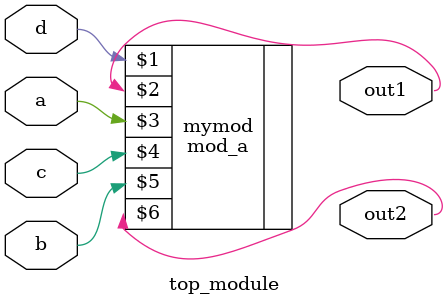
<source format=sv>
module top_module ( 
    input a, 
    input b, 
    input c,
    input d,
    output out1,
    output out2
);
    mod_a mymod(d,out1,a,c,b,out2);
endmodule

</source>
